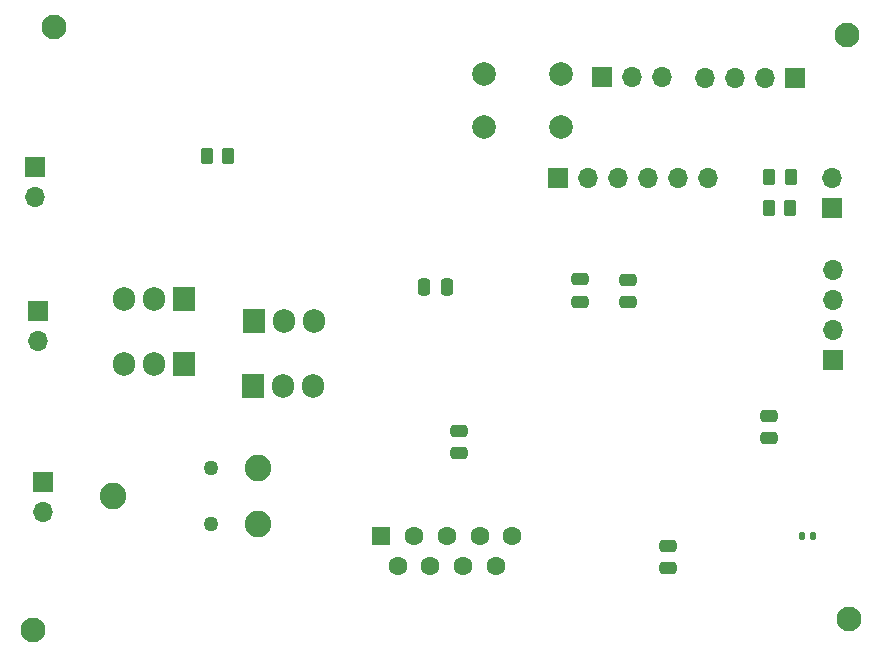
<source format=gbr>
%TF.GenerationSoftware,KiCad,Pcbnew,9.0.0*%
%TF.CreationDate,2025-04-23T21:59:36+02:00*%
%TF.ProjectId,Projecte,50726f6a-6563-4746-952e-6b696361645f,rev?*%
%TF.SameCoordinates,Original*%
%TF.FileFunction,Soldermask,Bot*%
%TF.FilePolarity,Negative*%
%FSLAX46Y46*%
G04 Gerber Fmt 4.6, Leading zero omitted, Abs format (unit mm)*
G04 Created by KiCad (PCBNEW 9.0.0) date 2025-04-23 21:59:36*
%MOMM*%
%LPD*%
G01*
G04 APERTURE LIST*
G04 Aperture macros list*
%AMRoundRect*
0 Rectangle with rounded corners*
0 $1 Rounding radius*
0 $2 $3 $4 $5 $6 $7 $8 $9 X,Y pos of 4 corners*
0 Add a 4 corners polygon primitive as box body*
4,1,4,$2,$3,$4,$5,$6,$7,$8,$9,$2,$3,0*
0 Add four circle primitives for the rounded corners*
1,1,$1+$1,$2,$3*
1,1,$1+$1,$4,$5*
1,1,$1+$1,$6,$7*
1,1,$1+$1,$8,$9*
0 Add four rect primitives between the rounded corners*
20,1,$1+$1,$2,$3,$4,$5,0*
20,1,$1+$1,$4,$5,$6,$7,0*
20,1,$1+$1,$6,$7,$8,$9,0*
20,1,$1+$1,$8,$9,$2,$3,0*%
G04 Aperture macros list end*
%ADD10RoundRect,0.140000X-0.140000X-0.170000X0.140000X-0.170000X0.140000X0.170000X-0.140000X0.170000X0*%
%ADD11R,1.700000X1.700000*%
%ADD12O,1.700000X1.700000*%
%ADD13R,1.905000X2.000000*%
%ADD14O,1.905000X2.000000*%
%ADD15C,2.100000*%
%ADD16C,2.000000*%
%ADD17C,1.258000*%
%ADD18C,2.250000*%
%ADD19R,1.600000X1.600000*%
%ADD20C,1.600000*%
%ADD21RoundRect,0.250000X-0.250000X-0.475000X0.250000X-0.475000X0.250000X0.475000X-0.250000X0.475000X0*%
%ADD22RoundRect,0.250000X-0.262500X-0.450000X0.262500X-0.450000X0.262500X0.450000X-0.262500X0.450000X0*%
%ADD23RoundRect,0.250000X0.475000X-0.250000X0.475000X0.250000X-0.475000X0.250000X-0.475000X-0.250000X0*%
%ADD24RoundRect,0.250000X-0.475000X0.250000X-0.475000X-0.250000X0.475000X-0.250000X0.475000X0.250000X0*%
G04 APERTURE END LIST*
D10*
%TO.C,C13*%
X224170000Y-118980000D03*
X225130000Y-118980000D03*
%TD*%
D11*
%TO.C,USART*%
X226820000Y-104110000D03*
D12*
X226820000Y-101570000D03*
X226820000Y-99030000D03*
X226820000Y-96490000D03*
%TD*%
D11*
%TO.C,R CALEFACTABLE*%
X159950000Y-114385000D03*
D12*
X159950000Y-116925000D03*
%TD*%
D13*
%TO.C,Q2*%
X171840000Y-98920000D03*
D14*
X169300000Y-98920000D03*
X166760000Y-98920000D03*
%TD*%
D15*
%TO.C,REF\u002A\u002A*%
X159120000Y-126940000D03*
%TD*%
%TO.C,REF\u002A\u002A*%
X228160000Y-126030000D03*
%TD*%
D16*
%TO.C,SW MCLR*%
X197270000Y-79840000D03*
X203770000Y-79840000D03*
X197270000Y-84340000D03*
X203770000Y-84340000D03*
%TD*%
D11*
%TO.C,MCLR*%
X207220000Y-80160000D03*
D12*
X209760000Y-80160000D03*
X212300000Y-80160000D03*
%TD*%
D17*
%TO.C,K1*%
X174177500Y-113235000D03*
X174177500Y-117985000D03*
D18*
X165847500Y-115610000D03*
X178107500Y-113235000D03*
X178107500Y-117985000D03*
%TD*%
D13*
%TO.C,Q5*%
X177760000Y-100760000D03*
D14*
X180300000Y-100760000D03*
X182840000Y-100760000D03*
%TD*%
D11*
%TO.C,PROGRAMACI\u00D3*%
X203550000Y-88720000D03*
D12*
X206090000Y-88720000D03*
X208630000Y-88720000D03*
X211170000Y-88720000D03*
X213710000Y-88720000D03*
X216250000Y-88720000D03*
%TD*%
D13*
%TO.C,Q3*%
X177750000Y-106325000D03*
D14*
X180290000Y-106325000D03*
X182830000Y-106325000D03*
%TD*%
D15*
%TO.C,REF\u002A\u002A*%
X228030000Y-76580000D03*
%TD*%
D11*
%TO.C,12V*%
X159230000Y-87775000D03*
D12*
X159230000Y-90315000D03*
%TD*%
D15*
%TO.C,REF\u002A\u002A*%
X160840000Y-75930000D03*
%TD*%
D11*
%TO.C,BOTONERA*%
X226770000Y-91210000D03*
D12*
X226770000Y-88670000D03*
%TD*%
D19*
%TO.C,CAN*%
X188580000Y-119004669D03*
D20*
X191350000Y-119004669D03*
X194120000Y-119004669D03*
X196890000Y-119004669D03*
X199660000Y-119004669D03*
X189965000Y-121544669D03*
X192735000Y-121544669D03*
X195505000Y-121544669D03*
X198275000Y-121544669D03*
%TD*%
D11*
%TO.C,MOTOR*%
X159520000Y-99965000D03*
D12*
X159520000Y-102505000D03*
%TD*%
D13*
%TO.C,Q4*%
X171910000Y-104415000D03*
D14*
X169370000Y-104415000D03*
X166830000Y-104415000D03*
%TD*%
D11*
%TO.C,s.PROXIMITAT*%
X223620000Y-80190000D03*
D12*
X221080000Y-80190000D03*
X218540000Y-80190000D03*
X216000000Y-80190000D03*
%TD*%
D21*
%TO.C,C15*%
X192230000Y-97930000D03*
X194130000Y-97930000D03*
%TD*%
D22*
%TO.C,R24*%
X221397500Y-88630000D03*
X223222500Y-88630000D03*
%TD*%
D23*
%TO.C,C11*%
X195170000Y-111957500D03*
X195170000Y-110057500D03*
%TD*%
D22*
%TO.C,R1*%
X173787500Y-86790000D03*
X175612500Y-86790000D03*
%TD*%
%TO.C,R23*%
X221367500Y-91180000D03*
X223192500Y-91180000D03*
%TD*%
D23*
%TO.C,C9*%
X212820000Y-121710000D03*
X212820000Y-119810000D03*
%TD*%
%TO.C,C16*%
X205420000Y-99150000D03*
X205420000Y-97250000D03*
%TD*%
%TO.C,C13*%
X221390000Y-110720000D03*
X221390000Y-108820000D03*
%TD*%
D24*
%TO.C,C8*%
X209450000Y-97290000D03*
X209450000Y-99190000D03*
%TD*%
M02*

</source>
